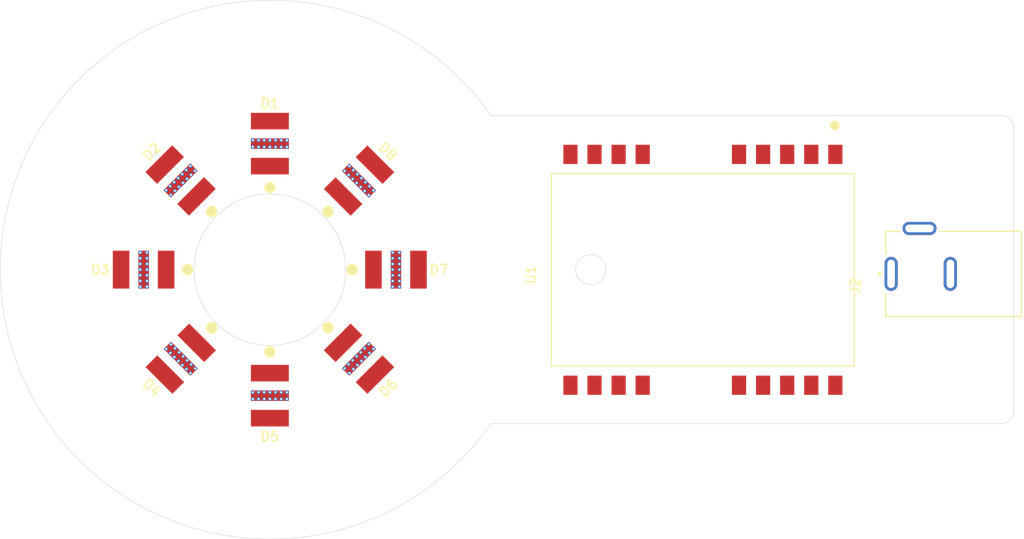
<source format=kicad_pcb>
(kicad_pcb (version 20221018) (generator pcbnew)
  (layers (0 "F.Cu" signal) (31 "B.Cu" signal) (34 "B.Paste" user) (35 "F.Paste" user) (36 "B.SilkS" user "B.Silkscreen") (37 "F.SilkS" user "F.Silkscreen") (38 "B.Mask" user) (39 "F.Mask" user) (44 "Edge.Cuts" user))
  (net 0 "")
  (net 1 "Net-(D1-PadC)")
  (net 2 "Net-(D3-PadC)")
  (net 3 "Earth")
  (net 9 "-Led")
  (net 10 "+Led")
  (net 16 "VIn")
  (net 17 "Net-(D7-PadC)")
  (net 18 "Net-(D5-PadC)")
  (net 19 "Net-(D2-PadC)")
  (net 20 "Net-(D4-PadC)")
  (net 21 "Net-(D6-PadC)")
  (footprint "Cree_MX3AWT-A1-R250-000BE3:Cree_MX3AWT-A1-R250-000BE3" (layer "F.Cu") (at 196.8212 85.8718 90)
    (fp_text reference "D5" (at -4.3306 0 180) (layer "F.SilkS"))
    (fp_text value "LTST-C190KGKT")
    (fp_circle (center 4.625 0) (end 4.925 0) (stroke (width 0.6)) (fill none) (layer "F.SilkS"))
    (pad "65" thru_hole circle locked (at -0.3495 -1.8 90) (size 0.4 0.4) (drill 0.2) (layers "*.Cu" "B.Mask"))
    (pad "65" thru_hole circle locked (at -0.3495 -1.2 90) (size 0.4 0.4) (drill 0.2) (layers "*.Cu" "B.Mask"))
    (pad "65" thru_hole circle locked (at -0.3495 -0.6 90) (size 0.4 0.4) (drill 0.2) (layers "*.Cu" "B.Mask"))
    (pad "65" thru_hole circle locked (at -0.3495 0 90) (size 0.4 0.4) (drill 0.2) (layers "*.Cu" "B.Mask"))
    (pad "65" thru_hole circle locked (at -0.3495 0.6 90) (size 0.4 0.4) (drill 0.2) (layers "*.Cu" "B.Mask"))
    (pad "65" thru_hole circle locked (at -0.3495 1.2 90) (size 0.4 0.4) (drill 0.2) (layers "*.Cu" "B.Mask"))
    (pad "65" thru_hole circle locked (at -0.3495 1.8 90) (size 0.4 0.4) (drill 0.2) (layers "*.Cu" "B.Mask"))
    (pad "65" smd rect locked (at 0 0 90) (size 1.1 4) (layers "F.Cu" "F.Paste" "F.Mask"))
    (pad "65" thru_hole circle locked (at 0.35 -1.8 90) (size 0.4 0.4) (drill 0.2) (layers "*.Cu" "B.Mask"))
    (pad "65" thru_hole circle locked (at 0.35 -1.2 90) (size 0.4 0.4) (drill 0.2) (layers "*.Cu" "B.Mask"))
    (pad "65" thru_hole circle locked (at 0.35 -0.6 90) (size 0.4 0.4) (drill 0.2) (layers "*.Cu" "B.Mask"))
    (pad "65" thru_hole circle locked (at 0.35 0 90) (size 0.4 0.4) (drill 0.2) (layers "*.Cu" "B.Mask"))
    (pad "65" thru_hole circle locked (at 0.35 0.6 90) (size 0.4 0.4) (drill 0.2) (layers "*.Cu" "B.Mask"))
    (pad "65" thru_hole circle locked (at 0.35 1.2 90) (size 0.4 0.4) (drill 0.2) (layers "*.Cu" "B.Mask"))
    (pad "65" thru_hole circle locked (at 0.35 1.8 90) (size 0.4 0.4) (drill 0.2) (layers "*.Cu" "B.Mask"))
    (pad "A" smd rect locked (at -2.375 0 90) (size 1.75 4) (layers "F.Cu" "F.Paste" "F.Mask") (net 20 "Net-(D4-PadC)"))
    (pad "C" smd rect locked (at 2.375 0 90) (size 1.75 4) (layers "F.Cu" "F.Paste" "F.Mask") (net 18 "Net-(D5-PadC)"))
  )
  (footprint "Cree_MX3AWT-A1-R250-000BE3:Cree_MX3AWT-A1-R250-000BE3" (layer "F.Cu") (at 187.40492 63.153705 -45)
    (fp_text reference "D2" (at -4.313988 0.000071 -135) (layer "F.SilkS"))
    (fp_text value "LTST-C190KGKT")
    (fp_circle (center 4.625 0) (end 4.925 0) (stroke (width 0.6)) (fill none) (layer "F.SilkS"))
    (pad "65" thru_hole circle (at -0.3495 -1.8 315) (size 0.4 0.4) (drill 0.2) (layers "*.Cu" "B.Mask"))
    (pad "65" thru_hole circle (at -0.3495 -1.2 315) (size 0.4 0.4) (drill 0.2) (layers "*.Cu" "B.Mask"))
    (pad "65" thru_hole circle (at -0.3495 -0.6 315) (size 0.4 0.4) (drill 0.2) (layers "*.Cu" "B.Mask"))
    (pad "65" thru_hole circle (at -0.3495 0 315) (size 0.4 0.4) (drill 0.2) (layers "*.Cu" "B.Mask"))
    (pad "65" thru_hole circle (at -0.3495 0.6 315) (size 0.4 0.4) (drill 0.2) (layers "*.Cu" "B.Mask"))
    (pad "65" thru_hole circle (at -0.3495 1.2 315) (size 0.4 0.4) (drill 0.2) (layers "*.Cu" "B.Mask"))
    (pad "65" thru_hole circle (at -0.3495 1.8 315) (size 0.4 0.4) (drill 0.2) (layers "*.Cu" "B.Mask"))
    (pad "65" smd rect (at 0 0 315) (size 1.1 4) (layers "F.Cu" "F.Paste" "F.Mask"))
    (pad "65" thru_hole circle (at 0.35 -1.8 315) (size 0.4 0.4) (drill 0.2) (layers "*.Cu" "B.Mask"))
    (pad "65" thru_hole circle (at 0.35 -1.2 315) (size 0.4 0.4) (drill 0.2) (layers "*.Cu" "B.Mask"))
    (pad "65" thru_hole circle (at 0.35 -0.6 315) (size 0.4 0.4) (drill 0.2) (layers "*.Cu" "B.Mask"))
    (pad "65" thru_hole circle (at 0.35 0 315) (size 0.4 0.4) (drill 0.2) (layers "*.Cu" "B.Mask"))
    (pad "65" thru_hole circle (at 0.35 0.6 315) (size 0.4 0.4) (drill 0.2) (layers "*.Cu" "B.Mask"))
    (pad "65" thru_hole circle (at 0.35 1.2 315) (size 0.4 0.4) (drill 0.2) (layers "*.Cu" "B.Mask"))
    (pad "65" thru_hole circle (at 0.35 1.8 315) (size 0.4 0.4) (drill 0.2) (layers "*.Cu" "B.Mask"))
    (pad "A" smd rect (at -2.375 0 315) (size 1.75 4) (layers "F.Cu" "F.Paste" "F.Mask") (net 1 "Net-(D1-PadC)"))
    (pad "C" smd rect (at 2.375 0 315) (size 1.75 4) (layers "F.Cu" "F.Paste" "F.Mask") (net 19 "Net-(D2-PadC)"))
  )
  (footprint "Cree_MX3AWT-A1-R250-000BE3:Cree_MX3AWT-A1-R250-000BE3" (layer "F.Cu") (at 183.5089 72.5644)
    (fp_text reference "D3" (at -4.5776 0.0121) (layer "F.SilkS"))
    (fp_text value "LTST-C190KGKT")
    (fp_circle (center 4.625 0) (end 4.925 0) (stroke (width 0.6)) (fill none) (layer "F.SilkS"))
    (pad "65" thru_hole circle (at -0.3495 -1.8) (size 0.4 0.4) (drill 0.2) (layers "*.Cu" "B.Mask"))
    (pad "65" thru_hole circle (at -0.3495 -1.2) (size 0.4 0.4) (drill 0.2) (layers "*.Cu" "B.Mask"))
    (pad "65" thru_hole circle (at -0.3495 -0.6) (size 0.4 0.4) (drill 0.2) (layers "*.Cu" "B.Mask"))
    (pad "65" thru_hole circle (at -0.3495 0) (size 0.4 0.4) (drill 0.2) (layers "*.Cu" "B.Mask"))
    (pad "65" thru_hole circle (at -0.3495 0.6) (size 0.4 0.4) (drill 0.2) (layers "*.Cu" "B.Mask"))
    (pad "65" thru_hole circle (at -0.3495 1.2) (size 0.4 0.4) (drill 0.2) (layers "*.Cu" "B.Mask"))
    (pad "65" thru_hole circle (at -0.3495 1.8) (size 0.4 0.4) (drill 0.2) (layers "*.Cu" "B.Mask"))
    (pad "65" smd rect (at 0 0) (size 1.1 4) (layers "F.Cu" "F.Paste" "F.Mask"))
    (pad "65" thru_hole circle (at 0.35 -1.8) (size 0.4 0.4) (drill 0.2) (layers "*.Cu" "B.Mask"))
    (pad "65" thru_hole circle (at 0.35 -1.2) (size 0.4 0.4) (drill 0.2) (layers "*.Cu" "B.Mask"))
    (pad "65" thru_hole circle (at 0.35 -0.6) (size 0.4 0.4) (drill 0.2) (layers "*.Cu" "B.Mask"))
    (pad "65" thru_hole circle (at 0.35 0) (size 0.4 0.4) (drill 0.2) (layers "*.Cu" "B.Mask"))
    (pad "65" thru_hole circle (at 0.35 0.6) (size 0.4 0.4) (drill 0.2) (layers "*.Cu" "B.Mask"))
    (pad "65" thru_hole circle (at 0.35 1.2) (size 0.4 0.4) (drill 0.2) (layers "*.Cu" "B.Mask"))
    (pad "65" thru_hole circle (at 0.35 1.8) (size 0.4 0.4) (drill 0.2) (layers "*.Cu" "B.Mask"))
    (pad "A" smd rect (at -2.375 0) (size 1.75 4) (layers "F.Cu" "F.Paste" "F.Mask") (net 19 "Net-(D2-PadC)"))
    (pad "C" smd rect (at 2.375 0) (size 1.75 4) (layers "F.Cu" "F.Paste" "F.Mask") (net 2 "Net-(D3-PadC)"))
  )
  (footprint "Cree_MX3AWT-A1-R250-000BE3:Cree_MX3AWT-A1-R250-000BE3" (layer "F.Cu") (at 210.1216 72.5678 180)
    (fp_text reference "D7" (at -4.5268 0.0125 180) (layer "F.SilkS"))
    (fp_text value "LTST-C190KGKT")
    (fp_circle (center 4.625 0) (end 4.925 0) (stroke (width 0.6)) (fill none) (layer "F.SilkS"))
    (pad "65" thru_hole circle (at -0.3495 -1.8 180) (size 0.4 0.4) (drill 0.2) (layers "*.Cu" "B.Mask"))
    (pad "65" thru_hole circle (at -0.3495 -1.2 180) (size 0.4 0.4) (drill 0.2) (layers "*.Cu" "B.Mask"))
    (pad "65" thru_hole circle (at -0.3495 -0.6 180) (size 0.4 0.4) (drill 0.2) (layers "*.Cu" "B.Mask"))
    (pad "65" thru_hole circle (at -0.3495 0 180) (size 0.4 0.4) (drill 0.2) (layers "*.Cu" "B.Mask"))
    (pad "65" thru_hole circle (at -0.3495 0.6 180) (size 0.4 0.4) (drill 0.2) (layers "*.Cu" "B.Mask"))
    (pad "65" thru_hole circle (at -0.3495 1.2 180) (size 0.4 0.4) (drill 0.2) (layers "*.Cu" "B.Mask"))
    (pad "65" thru_hole circle (at -0.3495 1.8 180) (size 0.4 0.4) (drill 0.2) (layers "*.Cu" "B.Mask"))
    (pad "65" smd rect (at 0 0 180) (size 1.1 4) (layers "F.Cu" "F.Paste" "F.Mask"))
    (pad "65" thru_hole circle (at 0.35 -1.8 180) (size 0.4 0.4) (drill 0.2) (layers "*.Cu" "B.Mask"))
    (pad "65" thru_hole circle (at 0.35 -1.2 180) (size 0.4 0.4) (drill 0.2) (layers "*.Cu" "B.Mask"))
    (pad "65" thru_hole circle (at 0.35 -0.6 180) (size 0.4 0.4) (drill 0.2) (layers "*.Cu" "B.Mask"))
    (pad "65" thru_hole circle (at 0.35 0 180) (size 0.4 0.4) (drill 0.2) (layers "*.Cu" "B.Mask"))
    (pad "65" thru_hole circle (at 0.35 0.6 180) (size 0.4 0.4) (drill 0.2) (layers "*.Cu" "B.Mask"))
    (pad "65" thru_hole circle (at 0.35 1.2 180) (size 0.4 0.4) (drill 0.2) (layers "*.Cu" "B.Mask"))
    (pad "65" thru_hole circle (at 0.35 1.8 180) (size 0.4 0.4) (drill 0.2) (layers "*.Cu" "B.Mask"))
    (pad "A" smd rect (at -2.375 0 180) (size 1.75 4) (layers "F.Cu" "F.Paste" "F.Mask") (net 21 "Net-(D6-PadC)"))
    (pad "C" smd rect (at 2.375 0 180) (size 1.75 4) (layers "F.Cu" "F.Paste" "F.Mask") (net 17 "Net-(D7-PadC)"))
  )
  (footprint "LDD-350HS:LDD-350HS" (layer "F.Cu") (at 260.9638 60.4012 -90)
    (fp_text reference "U1" (at 12.7 36.576 -270) (layer "F.SilkS"))
    (fp_text value "LDD_350HS")
    (fp_line (start 2.035 2.5) (end 2.035 34.44) (stroke (width 0.12)) (layer "F.SilkS"))
    (fp_line (start 2.035 2.5) (end 22.335 2.5) (stroke (width 0.12)) (layer "F.SilkS"))
    (fp_line (start 2.035 34.44) (end 22.335 34.44) (stroke (width 0.12)) (layer "F.SilkS"))
    (fp_line (start 22.335 2.5) (end 22.335 34.44) (stroke (width 0.12)) (layer "F.SilkS"))
    (fp_circle (center -3.048 4.572) (end -2.798 4.572) (stroke (width 0.5)) (fill none) (layer "F.SilkS"))
    (pad "1" smd rect (at 0 4.5 270) (size 2.03 1.5) (layers "F.Cu" "F.Paste" "F.Mask") (net 3 "Earth"))
    (pad "2" smd rect (at 0 7.04 270) (size 2.03 1.5) (layers "F.Cu" "F.Paste" "F.Mask") (net 3 "Earth"))
    (pad "3" smd rect (at 0 9.58 270) (size 2.03 1.5) (layers "F.Cu" "F.Paste" "F.Mask"))
    (pad "4" smd rect (at 0 12.12 270) (size 2.03 1.5) (layers "F.Cu" "F.Paste" "F.Mask"))
    (pad "5" smd rect (at 0 14.66 270) (size 2.03 1.5) (layers "F.Cu" "F.Paste" "F.Mask"))
    (pad "9" smd rect (at 0 24.82 270) (size 2.03 1.5) (layers "F.Cu" "F.Paste" "F.Mask"))
    (pad "10" smd rect (at 0 27.36 270) (size 2.03 1.5) (layers "F.Cu" "F.Paste" "F.Mask"))
    (pad "11" smd rect (at 0 29.9 270) (size 2.03 1.5) (layers "F.Cu" "F.Paste" "F.Mask") (net 9 "-Led"))
    (pad "12" smd rect (at 0 32.44 270) (size 2.03 1.5) (layers "F.Cu" "F.Paste" "F.Mask") (net 9 "-Led"))
    (pad "13" smd rect (at 24.37 32.44 270) (size 2.03 1.5) (layers "F.Cu" "F.Paste" "F.Mask") (net 10 "+Led"))
    (pad "14" smd rect (at 24.37 29.9 270) (size 2.03 1.5) (layers "F.Cu" "F.Paste" "F.Mask") (net 10 "+Led"))
    (pad "15" smd rect (at 24.37 27.36 270) (size 2.03 1.5) (layers "F.Cu" "F.Paste" "F.Mask"))
    (pad "16" smd rect (at 24.37 24.82 270) (size 2.03 1.5) (layers "F.Cu" "F.Paste" "F.Mask"))
    (pad "20" smd rect (at 24.37 14.66 270) (size 2.03 1.5) (layers "F.Cu" "F.Paste" "F.Mask"))
    (pad "21" smd rect (at 24.37 12.12 270) (size 2.03 1.5) (layers "F.Cu" "F.Paste" "F.Mask"))
    (pad "22" smd rect (at 24.37 9.58 270) (size 2.03 1.5) (layers "F.Cu" "F.Paste" "F.Mask"))
    (pad "23" smd rect (at 24.37 7.04 270) (size 2.03 1.5) (layers "F.Cu" "F.Paste" "F.Mask") (net 16 "VIn"))
    (pad "24" smd rect (at 24.37 4.5 270) (size 2.03 1.5) (layers "F.Cu" "F.Paste" "F.Mask") (net 16 "VIn"))
  )
  (footprint "Cree_MX3AWT-A1-R250-000BE3:Cree_MX3AWT-A1-R250-000BE3" (layer "F.Cu") (at 206.225579 63.166821 -135)
    (fp_text reference "D8" (at -4.318655 0.0408 -225) (layer "F.SilkS"))
    (fp_text value "LTST-C190KGKT")
    (fp_circle (center 4.625 0) (end 4.925 0) (stroke (width 0.6)) (fill none) (layer "F.SilkS"))
    (pad "65" thru_hole circle (at -0.3495 -1.8 225) (size 0.4 0.4) (drill 0.2) (layers "*.Cu" "B.Mask"))
    (pad "65" thru_hole circle (at -0.3495 -1.2 225) (size 0.4 0.4) (drill 0.2) (layers "*.Cu" "B.Mask"))
    (pad "65" thru_hole circle (at -0.3495 -0.6 225) (size 0.4 0.4) (drill 0.2) (layers "*.Cu" "B.Mask"))
    (pad "65" thru_hole circle (at -0.3495 0 225) (size 0.4 0.4) (drill 0.2) (layers "*.Cu" "B.Mask"))
    (pad "65" thru_hole circle (at -0.3495 0.6 225) (size 0.4 0.4) (drill 0.2) (layers "*.Cu" "B.Mask"))
    (pad "65" thru_hole circle (at -0.3495 1.2 225) (size 0.4 0.4) (drill 0.2) (layers "*.Cu" "B.Mask"))
    (pad "65" thru_hole circle (at -0.3495 1.8 225) (size 0.4 0.4) (drill 0.2) (layers "*.Cu" "B.Mask"))
    (pad "65" smd rect (at 0 0 225) (size 1.1 4) (layers "F.Cu" "F.Paste" "F.Mask"))
    (pad "65" thru_hole circle (at 0.35 -1.8 225) (size 0.4 0.4) (drill 0.2) (layers "*.Cu" "B.Mask"))
    (pad "65" thru_hole circle (at 0.35 -1.2 225) (size 0.4 0.4) (drill 0.2) (layers "*.Cu" "B.Mask"))
    (pad "65" thru_hole circle (at 0.35 -0.6 225) (size 0.4 0.4) (drill 0.2) (layers "*.Cu" "B.Mask"))
    (pad "65" thru_hole circle (at 0.35 0 225) (size 0.4 0.4) (drill 0.2) (layers "*.Cu" "B.Mask"))
    (pad "65" thru_hole circle (at 0.35 0.6 225) (size 0.4 0.4) (drill 0.2) (layers "*.Cu" "B.Mask"))
    (pad "65" thru_hole circle (at 0.35 1.2 225) (size 0.4 0.4) (drill 0.2) (layers "*.Cu" "B.Mask"))
    (pad "65" thru_hole circle (at 0.35 1.8 225) (size 0.4 0.4) (drill 0.2) (layers "*.Cu" "B.Mask"))
    (pad "A" smd rect (at -2.375 0 225) (size 1.75 4) (layers "F.Cu" "F.Paste" "F.Mask") (net 17 "Net-(D7-PadC)"))
    (pad "C" smd rect (at 2.375 0 225) (size 1.75 4) (layers "F.Cu" "F.Paste" "F.Mask") (net 9 "-Led"))
  )
  (footprint "Cree_MX3AWT-A1-R250-000BE3:Cree_MX3AWT-A1-R250-000BE3" (layer "F.Cu") (at 187.423621 81.968779 45)
    (fp_text reference "D4" (at -4.349909 -0.000071 135) (layer "F.SilkS"))
    (fp_text value "LTST-C190KGKT" hide)
    (fp_circle (center 4.625 0) (end 4.925 0) (stroke (width 0.6)) (fill none) (layer "F.SilkS"))
    (pad "65" thru_hole circle (at -0.3495 -1.8 45) (size 0.4 0.4) (drill 0.2) (layers "*.Cu" "B.Mask"))
    (pad "65" thru_hole circle (at -0.3495 -1.2 45) (size 0.4 0.4) (drill 0.2) (layers "*.Cu" "B.Mask"))
    (pad "65" thru_hole circle (at -0.3495 -0.6 45) (size 0.4 0.4) (drill 0.2) (layers "*.Cu" "B.Mask"))
    (pad "65" thru_hole circle (at -0.3495 0 45) (size 0.4 0.4) (drill 0.2) (layers "*.Cu" "B.Mask"))
    (pad "65" thru_hole circle (at -0.3495 0.6 45) (size 0.4 0.4) (drill 0.2) (layers "*.Cu" "B.Mask"))
    (pad "65" thru_hole circle (at -0.3495 1.2 45) (size 0.4 0.4) (drill 0.2) (layers "*.Cu" "B.Mask"))
    (pad "65" thru_hole circle (at -0.3495 1.8 45) (size 0.4 0.4) (drill 0.2) (layers "*.Cu" "B.Mask"))
    (pad "65" smd rect (at 0 0 45) (size 1.1 4) (layers "F.Cu" "F.Paste" "F.Mask"))
    (pad "65" thru_hole circle (at 0.35 -1.8 45) (size 0.4 0.4) (drill 0.2) (layers "*.Cu" "B.Mask"))
    (pad "65" thru_hole circle (at 0.35 -1.2 45) (size 0.4 0.4) (drill 0.2) (layers "*.Cu" "B.Mask"))
    (pad "65" thru_hole circle (at 0.35 -0.6 45) (size 0.4 0.4) (drill 0.2) (layers "*.Cu" "B.Mask"))
    (pad "65" thru_hole circle (at 0.35 0 45) (size 0.4 0.4) (drill 0.2) (layers "*.Cu" "B.Mask"))
    (pad "65" thru_hole circle (at 0.35 0.6 45) (size 0.4 0.4) (drill 0.2) (layers "*.Cu" "B.Mask"))
    (pad "65" thru_hole circle (at 0.35 1.2 45) (size 0.4 0.4) (drill 0.2) (layers "*.Cu" "B.Mask"))
    (pad "65" thru_hole circle (at 0.35 1.8 45) (size 0.4 0.4) (drill 0.2) (layers "*.Cu" "B.Mask"))
    (pad "A" smd rect (at -2.375 0 45) (size 1.75 4) (layers "F.Cu" "F.Paste" "F.Mask") (net 2 "Net-(D3-PadC)"))
    (pad "C" smd rect (at 2.375 0 45) (size 1.75 4) (layers "F.Cu" "F.Paste" "F.Mask") (net 20 "Net-(D4-PadC)"))
  )
  (footprint "Cree_MX3AWT-A1-R250-000BE3:Cree_MX3AWT-A1-R250-000BE3" (layer "F.Cu") (at 206.225579 81.968779 135)
    (fp_text reference "D6" (at -4.385971 -0.000354 225) (layer "F.SilkS"))
    (fp_text value "LTST-C190KGKT")
    (fp_circle (center 4.625 0) (end 4.925 0) (stroke (width 0.6)) (fill none) (layer "F.SilkS"))
    (pad "65" thru_hole circle (at -0.3495 -1.8 135) (size 0.4 0.4) (drill 0.2) (layers "*.Cu" "B.Mask"))
    (pad "65" thru_hole circle (at -0.3495 -1.2 135) (size 0.4 0.4) (drill 0.2) (layers "*.Cu" "B.Mask"))
    (pad "65" thru_hole circle (at -0.3495 -0.6 135) (size 0.4 0.4) (drill 0.2) (layers "*.Cu" "B.Mask"))
    (pad "65" thru_hole circle (at -0.3495 0 135) (size 0.4 0.4) (drill 0.2) (layers "*.Cu" "B.Mask"))
    (pad "65" thru_hole circle (at -0.3495 0.6 135) (size 0.4 0.4) (drill 0.2) (layers "*.Cu" "B.Mask"))
    (pad "65" thru_hole circle (at -0.3495 1.2 135) (size 0.4 0.4) (drill 0.2) (layers "*.Cu" "B.Mask"))
    (pad "65" thru_hole circle (at -0.3495 1.8 135) (size 0.4 0.4) (drill 0.2) (layers "*.Cu" "B.Mask"))
    (pad "65" smd rect (at 0 0 135) (size 1.1 4) (layers "F.Cu" "F.Paste" "F.Mask"))
    (pad "65" thru_hole circle (at 0.35 -1.8 135) (size 0.4 0.4) (drill 0.2) (layers "*.Cu" "B.Mask"))
    (pad "65" thru_hole circle (at 0.35 -1.2 135) (size 0.4 0.4) (drill 0.2) (layers "*.Cu" "B.Mask"))
    (pad "65" thru_hole circle (at 0.35 -0.6 135) (size 0.4 0.4) (drill 0.2) (layers "*.Cu" "B.Mask"))
    (pad "65" thru_hole circle (at 0.35 0 135) (size 0.4 0.4) (drill 0.2) (layers "*.Cu" "B.Mask"))
    (pad "65" thru_hole circle (at 0.35 0.6 135) (size 0.4 0.4) (drill 0.2) (layers "*.Cu" "B.Mask"))
    (pad "65" thru_hole circle (at 0.35 1.2 135) (size 0.4 0.4) (drill 0.2) (layers "*.Cu" "B.Mask"))
    (pad "65" thru_hole circle (at 0.35 1.8 135) (size 0.4 0.4) (drill 0.2) (layers "*.Cu" "B.Mask"))
    (pad "A" smd rect (at -2.375 0 135) (size 1.75 4) (layers "F.Cu" "F.Paste" "F.Mask") (net 18 "Net-(D5-PadC)"))
    (pad "C" smd rect (at 2.375 0 135) (size 1.75 4) (layers "F.Cu" "F.Paste" "F.Mask") (net 21 "Net-(D6-PadC)"))
  )
  (footprint "Cree_MX3AWT-A1-R250-000BE3:Cree_MX3AWT-A1-R250-000BE3" (layer "F.Cu") (at 196.8247 59.2638 -90)
    (fp_text reference "D1" (at -4.2474 0.0134 -180) (layer "F.SilkS"))
    (fp_text value "LTST-C190KGKT")
    (fp_circle (center 4.625 0) (end 4.925 0) (stroke (width 0.6)) (fill none) (layer "F.SilkS"))
    (pad "65" thru_hole circle locked (at -0.3495 -1.8 270) (size 0.4 0.4) (drill 0.2) (layers "*.Cu" "B.Mask"))
    (pad "65" thru_hole circle locked (at -0.3495 -1.2 270) (size 0.4 0.4) (drill 0.2) (layers "*.Cu" "B.Mask"))
    (pad "65" thru_hole circle locked (at -0.3495 -0.6 270) (size 0.4 0.4) (drill 0.2) (layers "*.Cu" "B.Mask"))
    (pad "65" thru_hole circle locked (at -0.3495 0 270) (size 0.4 0.4) (drill 0.2) (layers "*.Cu" "B.Mask"))
    (pad "65" thru_hole circle locked (at -0.3495 0.6 270) (size 0.4 0.4) (drill 0.2) (layers "*.Cu" "B.Mask"))
    (pad "65" thru_hole circle locked (at -0.3495 1.2 270) (size 0.4 0.4) (drill 0.2) (layers "*.Cu" "B.Mask"))
    (pad "65" thru_hole circle locked (at -0.3495 1.8 270) (size 0.4 0.4) (drill 0.2) (layers "*.Cu" "B.Mask"))
    (pad "65" smd rect locked (at 0 0 270) (size 1.1 4) (layers "F.Cu" "F.Paste" "F.Mask"))
    (pad "65" thru_hole circle locked (at 0.35 -1.8 270) (size 0.4 0.4) (drill 0.2) (layers "*.Cu" "B.Mask"))
    (pad "65" thru_hole circle locked (at 0.35 -1.2 270) (size 0.4 0.4) (drill 0.2) (layers "*.Cu" "B.Mask"))
    (pad "65" thru_hole circle locked (at 0.35 -0.6 270) (size 0.4 0.4) (drill 0.2) (layers "*.Cu" "B.Mask"))
    (pad "65" thru_hole circle locked (at 0.35 0 270) (size 0.4 0.4) (drill 0.2) (layers "*.Cu" "B.Mask"))
    (pad "65" thru_hole circle locked (at 0.35 0.6 270) (size 0.4 0.4) (drill 0.2) (layers "*.Cu" "B.Mask"))
    (pad "65" thru_hole circle locked (at 0.35 1.2 270) (size 0.4 0.4) (drill 0.2) (layers "*.Cu" "B.Mask"))
    (pad "65" thru_hole circle locked (at 0.35 1.8 270) (size 0.4 0.4) (drill 0.2) (layers "*.Cu" "B.Mask"))
    (pad "A" smd rect locked (at -2.375 0 270) (size 1.75 4) (layers "F.Cu" "F.Paste" "F.Mask") (net 10 "+Led"))
    (pad "C" smd rect locked (at 2.375 0 270) (size 1.75 4) (layers "F.Cu" "F.Paste" "F.Mask") (net 1 "Net-(D1-PadC)"))
  )
  (footprint "Barrel-Jack:TENSILITY_54-00166" (layer "F.Cu") (at 268.5933 73.017 90)
    (fp_text reference "J2" (at -1.27 -10.0225 90) (layer "F.SilkS"))
    (fp_text value "54-00166")
    (fp_line (start -4.5 -6.8) (end -2.12 -6.8) (stroke (width 0.127)) (layer "F.SilkS"))
    (fp_line (start -4.5 7.5) (end -4.5 -6.8) (stroke (width 0.127)) (layer "F.SilkS"))
    (fp_line (start 2.12 -6.8) (end 4.5 -6.8) (stroke (width 0.127)) (layer "F.SilkS"))
    (fp_line (start 4.5 -6.8) (end 4.5 -5.37) (stroke (width 0.127)) (layer "F.SilkS"))
    (fp_line (start 4.5 7.5) (end -4.5 7.5) (stroke (width 0.127)) (layer "F.SilkS"))
    (fp_line (start 4.5 7.5) (end 4.5 -1.13) (stroke (width 0.127)) (layer "F.SilkS"))
    (fp_circle (center 0 -7.45) (end 0.1 -7.45) (stroke (width 0.2)) (fill none) (layer "F.SilkS"))
    (pad "A" thru_hole oval (at 0 -6.25 90) (size 3.6 1.4) (drill oval 3 0.8) (layers "*.Cu" "*.Mask") (net 16 "VIn"))
    (pad "B" thru_hole oval (at 0 0 90) (size 3.6 1.4) (drill oval 3 0.8) (layers "*.Cu" "*.Mask") (net 3 "Earth"))
    (pad "C" thru_hole oval (at 4.8 -3.25 90) (size 1.4 3.6) (drill oval 0.8 3) (layers "*.Cu" "*.Mask"))
  )
  (gr_arc locked (start 220.164775 88.8178) (mid 168.384911 72.5678) (end 220.164775 56.3178) (stroke (width 0.05)) (layer "Edge.Cuts"))
  (gr_line locked (start 275.266041 87.5678) (end 275.266041 57.5678) (stroke (width 0.05)) (layer "Edge.Cuts"))
  (gr_line locked (start 274.016041 56.3178) (end 220.164775 56.3178) (stroke (width 0.05)) (layer "Edge.Cuts"))
  (gr_arc locked (start 274.016041 56.3178) (mid 274.899898 56.683931) (end 275.266041 57.5678) (stroke (width 0.05)) (layer "Edge.Cuts"))
  (gr_circle locked (center 196.8247 72.5678) (end 204.8247 72.5678) (stroke (width 0.05)) (fill none) (layer "Edge.Cuts"))
  (gr_line locked (start 220.164775 88.8178) (end 274.016041 88.8178) (stroke (width 0.05)) (layer "Edge.Cuts"))
  (gr_circle locked (center 230.669594 72.5678) (end 232.269594 72.5678) (stroke (width 0.05)) (fill none) (layer "Edge.Cuts"))
  (gr_arc locked (start 275.266041 87.5678) (mid 274.899927 88.451698) (end 274.016041 88.8178) (stroke (width 0.05)) (layer "Edge.Cuts"))
)
</source>
